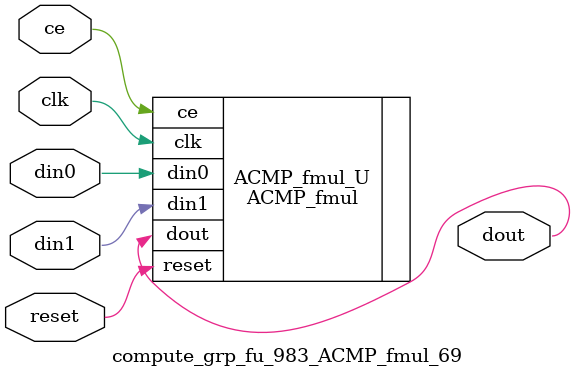
<source format=v>

`timescale 1 ns / 1 ps
module compute_grp_fu_983_ACMP_fmul_69(
    clk,
    reset,
    ce,
    din0,
    din1,
    dout);

parameter ID = 32'd1;
parameter NUM_STAGE = 32'd1;
parameter din0_WIDTH = 32'd1;
parameter din1_WIDTH = 32'd1;
parameter dout_WIDTH = 32'd1;
input clk;
input reset;
input ce;
input[din0_WIDTH - 1:0] din0;
input[din1_WIDTH - 1:0] din1;
output[dout_WIDTH - 1:0] dout;



ACMP_fmul #(
.ID( ID ),
.NUM_STAGE( 4 ),
.din0_WIDTH( din0_WIDTH ),
.din1_WIDTH( din1_WIDTH ),
.dout_WIDTH( dout_WIDTH ))
ACMP_fmul_U(
    .clk( clk ),
    .reset( reset ),
    .ce( ce ),
    .din0( din0 ),
    .din1( din1 ),
    .dout( dout ));

endmodule

</source>
